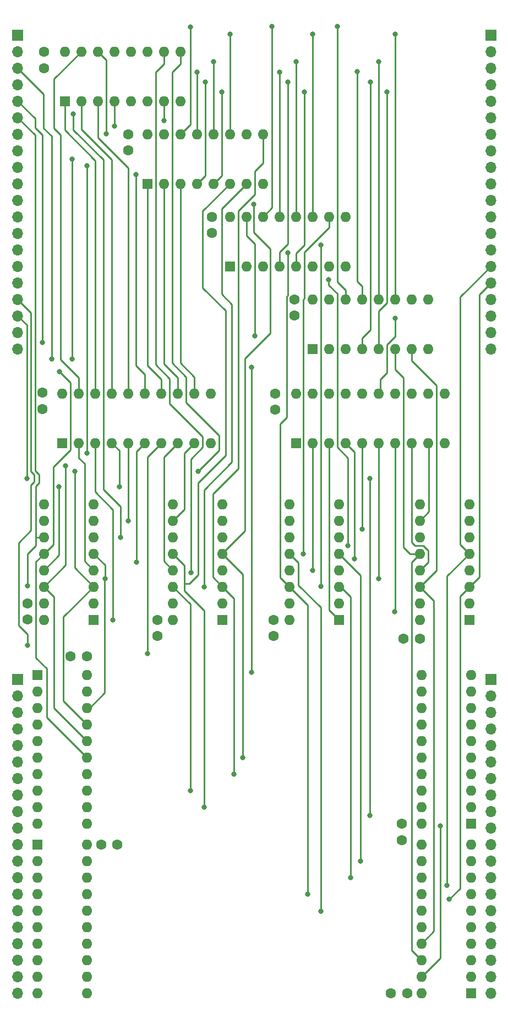
<source format=gbr>
%TF.GenerationSoftware,KiCad,Pcbnew,7.0.6-0*%
%TF.CreationDate,2023-08-04T10:28:54-07:00*%
%TF.ProjectId,V503,56353033-2e6b-4696-9361-645f70636258,rev?*%
%TF.SameCoordinates,Original*%
%TF.FileFunction,Copper,L4,Bot*%
%TF.FilePolarity,Positive*%
%FSLAX46Y46*%
G04 Gerber Fmt 4.6, Leading zero omitted, Abs format (unit mm)*
G04 Created by KiCad (PCBNEW 7.0.6-0) date 2023-08-04 10:28:54*
%MOMM*%
%LPD*%
G01*
G04 APERTURE LIST*
%TA.AperFunction,ComponentPad*%
%ADD10R,1.600000X1.600000*%
%TD*%
%TA.AperFunction,ComponentPad*%
%ADD11O,1.600000X1.600000*%
%TD*%
%TA.AperFunction,ComponentPad*%
%ADD12C,1.600000*%
%TD*%
%TA.AperFunction,ComponentPad*%
%ADD13R,1.700000X1.700000*%
%TD*%
%TA.AperFunction,ComponentPad*%
%ADD14O,1.700000X1.700000*%
%TD*%
%TA.AperFunction,ViaPad*%
%ADD15C,0.800000*%
%TD*%
%TA.AperFunction,Conductor*%
%ADD16C,0.250000*%
%TD*%
G04 APERTURE END LIST*
D10*
%TO.P,U4,1,D2*%
%TO.N,HLD5*%
X56388000Y-53975000D03*
D11*
%TO.P,U4,2,D3*%
%TO.N,HLD6*%
X58928000Y-53975000D03*
%TO.P,U4,3,D4*%
%TO.N,HLD7*%
X61468000Y-53975000D03*
%TO.P,U4,4,Rb*%
%TO.N,Rb*%
X64008000Y-53975000D03*
%TO.P,U4,5,Ra*%
%TO.N,Ra*%
X66548000Y-53975000D03*
%TO.P,U4,6,Q4*%
%TO.N,SYSADDR7*%
X69088000Y-53975000D03*
%TO.P,U4,7,Q3*%
%TO.N,SYSADDR6*%
X71628000Y-53975000D03*
%TO.P,U4,8,GND*%
%TO.N,GND*%
X74168000Y-53975000D03*
%TO.P,U4,9,Q2*%
%TO.N,SYSADDR5*%
X74168000Y-46355000D03*
%TO.P,U4,10,Q1*%
%TO.N,SYSADDR4*%
X71628000Y-46355000D03*
%TO.P,U4,11,~{Er}*%
%TO.N,~{Er}*%
X69088000Y-46355000D03*
%TO.P,U4,12,~{Ew}*%
%TO.N,~{Ew}*%
X66548000Y-46355000D03*
%TO.P,U4,13,Wb*%
%TO.N,Wb*%
X64008000Y-46355000D03*
%TO.P,U4,14,Wa*%
%TO.N,Wa*%
X61468000Y-46355000D03*
%TO.P,U4,15,D1*%
%TO.N,HLD4*%
X58928000Y-46355000D03*
%TO.P,U4,16,VCC*%
%TO.N,VCC*%
X56388000Y-46355000D03*
%TD*%
D10*
%TO.P,U3,1,OE*%
%TO.N,GND*%
X43307000Y-93853000D03*
D11*
%TO.P,U3,2,D0*%
%TO.N,SUM0*%
X45847000Y-93853000D03*
%TO.P,U3,3,D1*%
%TO.N,SUM1*%
X48387000Y-93853000D03*
%TO.P,U3,4,D2*%
%TO.N,SUM2*%
X50927000Y-93853000D03*
%TO.P,U3,5,D3*%
%TO.N,SUM3*%
X53467000Y-93853000D03*
%TO.P,U3,6,D4*%
%TO.N,SUM4*%
X56007000Y-93853000D03*
%TO.P,U3,7,D5*%
%TO.N,SUM5*%
X58547000Y-93853000D03*
%TO.P,U3,8,D6*%
%TO.N,SUM6*%
X61087000Y-93853000D03*
%TO.P,U3,9,D7*%
%TO.N,SUM7*%
X63627000Y-93853000D03*
%TO.P,U3,10,GND*%
%TO.N,GND*%
X66167000Y-93853000D03*
%TO.P,U3,11,Cp*%
%TO.N,SYSCLK*%
X66167000Y-86233000D03*
%TO.P,U3,12,Q7*%
%TO.N,HLD7*%
X63627000Y-86233000D03*
%TO.P,U3,13,Q6*%
%TO.N,HLD6*%
X61087000Y-86233000D03*
%TO.P,U3,14,Q5*%
%TO.N,HLD5*%
X58547000Y-86233000D03*
%TO.P,U3,15,Q4*%
%TO.N,HLD4*%
X56007000Y-86233000D03*
%TO.P,U3,16,Q3*%
%TO.N,HLD3*%
X53467000Y-86233000D03*
%TO.P,U3,17,Q2*%
%TO.N,HLD2*%
X50927000Y-86233000D03*
%TO.P,U3,18,Q1*%
%TO.N,HLD1*%
X48387000Y-86233000D03*
%TO.P,U3,19,Q0*%
%TO.N,HLD0*%
X45847000Y-86233000D03*
%TO.P,U3,20,VCC*%
%TO.N,VCC*%
X43307000Y-86233000D03*
%TD*%
D12*
%TO.P,C9,1*%
%TO.N,VCC*%
X78994000Y-71775000D03*
%TO.P,C9,2*%
%TO.N,GND*%
X78994000Y-74275000D03*
%TD*%
%TO.P,C5,1*%
%TO.N,VCC*%
X57912000Y-121031000D03*
%TO.P,C5,2*%
%TO.N,GND*%
X57912000Y-123531000D03*
%TD*%
D10*
%TO.P,U12,1,A->B*%
%TO.N,VCC*%
X39497000Y-155575000D03*
D11*
%TO.P,U12,2,A0*%
%TO.N,ALU8*%
X39497000Y-158115000D03*
%TO.P,U12,3,A1*%
%TO.N,ALU9*%
X39497000Y-160655000D03*
%TO.P,U12,4,A2*%
%TO.N,ALU10*%
X39497000Y-163195000D03*
%TO.P,U12,5,A3*%
%TO.N,ALU11*%
X39497000Y-165735000D03*
%TO.P,U12,6,A4*%
%TO.N,ALU12*%
X39497000Y-168275000D03*
%TO.P,U12,7,A5*%
%TO.N,ALU13*%
X39497000Y-170815000D03*
%TO.P,U12,8,A6*%
%TO.N,ALU14*%
X39497000Y-173355000D03*
%TO.P,U12,9,A7*%
%TO.N,ALU15*%
X39497000Y-175895000D03*
%TO.P,U12,10,GND*%
%TO.N,GND*%
X39497000Y-178435000D03*
%TO.P,U12,11,B7*%
%TO.N,SYSADDR15*%
X47117000Y-178435000D03*
%TO.P,U12,12,B6*%
%TO.N,SYSADDR14*%
X47117000Y-175895000D03*
%TO.P,U12,13,B5*%
%TO.N,SYSADDR13*%
X47117000Y-173355000D03*
%TO.P,U12,14,B4*%
%TO.N,SYSADDR12*%
X47117000Y-170815000D03*
%TO.P,U12,15,B3*%
%TO.N,SYSADDR11*%
X47117000Y-168275000D03*
%TO.P,U12,16,B2*%
%TO.N,SYSADDR10*%
X47117000Y-165735000D03*
%TO.P,U12,17,B1*%
%TO.N,SYSADDR9*%
X47117000Y-163195000D03*
%TO.P,U12,18,B0*%
%TO.N,SYSADDR8*%
X47117000Y-160655000D03*
%TO.P,U12,19,CE*%
%TO.N,~{ALUtoA}*%
X47117000Y-158115000D03*
%TO.P,U12,20,VCC*%
%TO.N,VCC*%
X47117000Y-155575000D03*
%TD*%
D12*
%TO.P,C7,1*%
%TO.N,VCC*%
X66294000Y-59075000D03*
%TO.P,C7,2*%
%TO.N,GND*%
X66294000Y-61575000D03*
%TD*%
D10*
%TO.P,U9,1,D2*%
%TO.N,HLD13*%
X81803000Y-79365000D03*
D11*
%TO.P,U9,2,D3*%
%TO.N,HLD14*%
X84343000Y-79365000D03*
%TO.P,U9,3,D4*%
%TO.N,HLD15*%
X86883000Y-79365000D03*
%TO.P,U9,4,Rb*%
%TO.N,Rb*%
X89423000Y-79365000D03*
%TO.P,U9,5,Ra*%
%TO.N,Ra*%
X91963000Y-79365000D03*
%TO.P,U9,6,Q4*%
%TO.N,SYSADDR15*%
X94503000Y-79365000D03*
%TO.P,U9,7,Q3*%
%TO.N,SYSADDR14*%
X97043000Y-79365000D03*
%TO.P,U9,8,GND*%
%TO.N,GND*%
X99583000Y-79365000D03*
%TO.P,U9,9,Q2*%
%TO.N,SYSADDR13*%
X99583000Y-71745000D03*
%TO.P,U9,10,Q1*%
%TO.N,SYSADDR12*%
X97043000Y-71745000D03*
%TO.P,U9,11,~{Er}*%
%TO.N,~{Er}*%
X94503000Y-71745000D03*
%TO.P,U9,12,~{Ew}*%
%TO.N,~{Ew}*%
X91963000Y-71745000D03*
%TO.P,U9,13,Wb*%
%TO.N,Wb*%
X89423000Y-71745000D03*
%TO.P,U9,14,Wa*%
%TO.N,Wa*%
X86883000Y-71745000D03*
%TO.P,U9,15,D1*%
%TO.N,HLD12*%
X84343000Y-71745000D03*
%TO.P,U9,16,VCC*%
%TO.N,VCC*%
X81803000Y-71745000D03*
%TD*%
D10*
%TO.P,U6,1,OE*%
%TO.N,GND*%
X79248000Y-93853000D03*
D11*
%TO.P,U6,2,D0*%
%TO.N,SUM8*%
X81788000Y-93853000D03*
%TO.P,U6,3,D1*%
%TO.N,SUM9*%
X84328000Y-93853000D03*
%TO.P,U6,4,D2*%
%TO.N,SUM10*%
X86868000Y-93853000D03*
%TO.P,U6,5,D3*%
%TO.N,SUM11*%
X89408000Y-93853000D03*
%TO.P,U6,6,D4*%
%TO.N,SUM12*%
X91948000Y-93853000D03*
%TO.P,U6,7,D5*%
%TO.N,SUM13*%
X94488000Y-93853000D03*
%TO.P,U6,8,D6*%
%TO.N,SUM14*%
X97028000Y-93853000D03*
%TO.P,U6,9,D7*%
%TO.N,SUM15*%
X99568000Y-93853000D03*
%TO.P,U6,10,GND*%
%TO.N,GND*%
X102108000Y-93853000D03*
%TO.P,U6,11,Cp*%
%TO.N,SYSCLK*%
X102108000Y-86233000D03*
%TO.P,U6,12,Q7*%
%TO.N,HLD15*%
X99568000Y-86233000D03*
%TO.P,U6,13,Q6*%
%TO.N,HLD14*%
X97028000Y-86233000D03*
%TO.P,U6,14,Q5*%
%TO.N,HLD13*%
X94488000Y-86233000D03*
%TO.P,U6,15,Q4*%
%TO.N,HLD12*%
X91948000Y-86233000D03*
%TO.P,U6,16,Q3*%
%TO.N,HLD11*%
X89408000Y-86233000D03*
%TO.P,U6,17,Q2*%
%TO.N,HLD10*%
X86868000Y-86233000D03*
%TO.P,U6,18,Q1*%
%TO.N,HLD9*%
X84328000Y-86233000D03*
%TO.P,U6,19,Q0*%
%TO.N,HLD8*%
X81788000Y-86233000D03*
%TO.P,U6,20,VCC*%
%TO.N,VCC*%
X79248000Y-86233000D03*
%TD*%
D10*
%TO.P,U2,1,S2*%
%TO.N,SUM1*%
X48123000Y-121016000D03*
D11*
%TO.P,U2,2,B2*%
%TO.N,SRC2:1*%
X48123000Y-118476000D03*
%TO.P,U2,3,A2*%
%TO.N,SYSADDR1*%
X48123000Y-115936000D03*
%TO.P,U2,4,S1*%
%TO.N,SUM0*%
X48123000Y-113396000D03*
%TO.P,U2,5,A1*%
%TO.N,SYSADDR0*%
X48123000Y-110856000D03*
%TO.P,U2,6,B1*%
%TO.N,SRC2:0*%
X48123000Y-108316000D03*
%TO.P,U2,7,C0*%
%TO.N,GND*%
X48123000Y-105776000D03*
%TO.P,U2,8,GND*%
X48123000Y-103236000D03*
%TO.P,U2,9,C4*%
%TO.N,CO4*%
X40503000Y-103236000D03*
%TO.P,U2,10,S4*%
%TO.N,SUM3*%
X40503000Y-105776000D03*
%TO.P,U2,11,B4*%
%TO.N,SRC2:2*%
X40503000Y-108316000D03*
%TO.P,U2,12,A4*%
%TO.N,SYSADDR3*%
X40503000Y-110856000D03*
%TO.P,U2,13,S3*%
%TO.N,SUM2*%
X40503000Y-113396000D03*
%TO.P,U2,14,A3*%
%TO.N,SYSADDR2*%
X40503000Y-115936000D03*
%TO.P,U2,15,B3*%
%TO.N,SRC2:2*%
X40503000Y-118476000D03*
%TO.P,U2,16,VCC*%
%TO.N,VCC*%
X40503000Y-121016000D03*
%TD*%
D10*
%TO.P,U1,1,D2*%
%TO.N,HLD1*%
X43688000Y-41275000D03*
D11*
%TO.P,U1,2,D3*%
%TO.N,HLD2*%
X46228000Y-41275000D03*
%TO.P,U1,3,D4*%
%TO.N,HLD3*%
X48768000Y-41275000D03*
%TO.P,U1,4,Rb*%
%TO.N,Rb*%
X51308000Y-41275000D03*
%TO.P,U1,5,Ra*%
%TO.N,Ra*%
X53848000Y-41275000D03*
%TO.P,U1,6,Q4*%
%TO.N,SYSADDR3*%
X56388000Y-41275000D03*
%TO.P,U1,7,Q3*%
%TO.N,SYSADDR2*%
X58928000Y-41275000D03*
%TO.P,U1,8,GND*%
%TO.N,GND*%
X61468000Y-41275000D03*
%TO.P,U1,9,Q2*%
%TO.N,SYSADDR1*%
X61468000Y-33655000D03*
%TO.P,U1,10,Q1*%
%TO.N,SYSADDR0*%
X58928000Y-33655000D03*
%TO.P,U1,11,~{Er}*%
%TO.N,~{Er}*%
X56388000Y-33655000D03*
%TO.P,U1,12,~{Ew}*%
%TO.N,~{Ew}*%
X53848000Y-33655000D03*
%TO.P,U1,13,Wb*%
%TO.N,Wb*%
X51308000Y-33655000D03*
%TO.P,U1,14,Wa*%
%TO.N,Wa*%
X48768000Y-33655000D03*
%TO.P,U1,15,D1*%
%TO.N,HLD0*%
X46228000Y-33655000D03*
%TO.P,U1,16,VCC*%
%TO.N,VCC*%
X43688000Y-33655000D03*
%TD*%
D12*
%TO.P,C13,1*%
%TO.N,VCC*%
X95504000Y-152400000D03*
%TO.P,C13,2*%
%TO.N,GND*%
X95504000Y-154900000D03*
%TD*%
D10*
%TO.P,U7,1,D2*%
%TO.N,HLD9*%
X69103000Y-66665000D03*
D11*
%TO.P,U7,2,D3*%
%TO.N,HLD10*%
X71643000Y-66665000D03*
%TO.P,U7,3,D4*%
%TO.N,HLD11*%
X74183000Y-66665000D03*
%TO.P,U7,4,Rb*%
%TO.N,Rb*%
X76723000Y-66665000D03*
%TO.P,U7,5,Ra*%
%TO.N,Ra*%
X79263000Y-66665000D03*
%TO.P,U7,6,Q4*%
%TO.N,SYSADDR11*%
X81803000Y-66665000D03*
%TO.P,U7,7,Q3*%
%TO.N,SYSADDR10*%
X84343000Y-66665000D03*
%TO.P,U7,8,GND*%
%TO.N,GND*%
X86883000Y-66665000D03*
%TO.P,U7,9,Q2*%
%TO.N,SYSADDR9*%
X86883000Y-59045000D03*
%TO.P,U7,10,Q1*%
%TO.N,SYSADDR8*%
X84343000Y-59045000D03*
%TO.P,U7,11,~{Er}*%
%TO.N,~{Er}*%
X81803000Y-59045000D03*
%TO.P,U7,12,~{Ew}*%
%TO.N,~{Ew}*%
X79263000Y-59045000D03*
%TO.P,U7,13,Wb*%
%TO.N,Wb*%
X76723000Y-59045000D03*
%TO.P,U7,14,Wa*%
%TO.N,Wa*%
X74183000Y-59045000D03*
%TO.P,U7,15,D1*%
%TO.N,HLD8*%
X71643000Y-59045000D03*
%TO.P,U7,16,VCC*%
%TO.N,VCC*%
X69103000Y-59045000D03*
%TD*%
D10*
%TO.P,U5,1,S2*%
%TO.N,SUM5*%
X67945000Y-121031000D03*
D11*
%TO.P,U5,2,B2*%
%TO.N,SRC2:2*%
X67945000Y-118491000D03*
%TO.P,U5,3,A2*%
%TO.N,SYSADDR5*%
X67945000Y-115951000D03*
%TO.P,U5,4,S1*%
%TO.N,SUM4*%
X67945000Y-113411000D03*
%TO.P,U5,5,A1*%
%TO.N,SYSADDR4*%
X67945000Y-110871000D03*
%TO.P,U5,6,B1*%
%TO.N,SRC2:2*%
X67945000Y-108331000D03*
%TO.P,U5,7,C0*%
%TO.N,CO4*%
X67945000Y-105791000D03*
%TO.P,U5,8,GND*%
%TO.N,GND*%
X67945000Y-103251000D03*
%TO.P,U5,9,C4*%
%TO.N,CO8*%
X60325000Y-103251000D03*
%TO.P,U5,10,S4*%
%TO.N,SUM7*%
X60325000Y-105791000D03*
%TO.P,U5,11,B4*%
%TO.N,SRC2:2*%
X60325000Y-108331000D03*
%TO.P,U5,12,A4*%
%TO.N,SYSADDR7*%
X60325000Y-110871000D03*
%TO.P,U5,13,S3*%
%TO.N,SUM6*%
X60325000Y-113411000D03*
%TO.P,U5,14,A3*%
%TO.N,SYSADDR6*%
X60325000Y-115951000D03*
%TO.P,U5,15,B3*%
%TO.N,SRC2:2*%
X60325000Y-118491000D03*
%TO.P,U5,16,VCC*%
%TO.N,VCC*%
X60325000Y-121031000D03*
%TD*%
D12*
%TO.P,C14,1*%
%TO.N,VCC*%
X96373000Y-178435000D03*
%TO.P,C14,2*%
%TO.N,GND*%
X93873000Y-178435000D03*
%TD*%
D10*
%TO.P,U10,1,S2*%
%TO.N,SUM13*%
X105918000Y-121031000D03*
D11*
%TO.P,U10,2,B2*%
%TO.N,SRC2:2*%
X105918000Y-118491000D03*
%TO.P,U10,3,A2*%
%TO.N,SYSADDR13*%
X105918000Y-115951000D03*
%TO.P,U10,4,S1*%
%TO.N,SUM12*%
X105918000Y-113411000D03*
%TO.P,U10,5,A1*%
%TO.N,SYSADDR12*%
X105918000Y-110871000D03*
%TO.P,U10,6,B1*%
%TO.N,SRC2:2*%
X105918000Y-108331000D03*
%TO.P,U10,7,C0*%
%TO.N,CO12*%
X105918000Y-105791000D03*
%TO.P,U10,8,GND*%
%TO.N,GND*%
X105918000Y-103251000D03*
%TO.P,U10,9,C4*%
%TO.N,unconnected-(U10-C4-Pad9)*%
X98298000Y-103251000D03*
%TO.P,U10,10,S4*%
%TO.N,SUM15*%
X98298000Y-105791000D03*
%TO.P,U10,11,B4*%
%TO.N,SRC2:2*%
X98298000Y-108331000D03*
%TO.P,U10,12,A4*%
%TO.N,SYSADDR15*%
X98298000Y-110871000D03*
%TO.P,U10,13,S3*%
%TO.N,SUM14*%
X98298000Y-113411000D03*
%TO.P,U10,14,A3*%
%TO.N,SYSADDR14*%
X98298000Y-115951000D03*
%TO.P,U10,15,B3*%
%TO.N,SRC2:2*%
X98298000Y-118491000D03*
%TO.P,U10,16,VCC*%
%TO.N,VCC*%
X98298000Y-121031000D03*
%TD*%
D12*
%TO.P,C3,1*%
%TO.N,VCC*%
X40259000Y-86126000D03*
%TO.P,C3,2*%
%TO.N,GND*%
X40259000Y-88626000D03*
%TD*%
%TO.P,C11,1*%
%TO.N,VCC*%
X47097000Y-126619000D03*
%TO.P,C11,2*%
%TO.N,GND*%
X44597000Y-126619000D03*
%TD*%
%TO.P,C8,1*%
%TO.N,VCC*%
X75819000Y-121051000D03*
%TO.P,C8,2*%
%TO.N,GND*%
X75819000Y-123551000D03*
%TD*%
D13*
%TO.P,J1,1,Pin_1*%
%TO.N,VCC*%
X36449000Y-31115000D03*
D14*
%TO.P,J1,2,Pin_2*%
X36449000Y-33655000D03*
%TO.P,J1,3,Pin_3*%
%TO.N,SYSCLK*%
X36449000Y-36195000D03*
%TO.P,J1,4,Pin_4*%
%TO.N,SRC2:0*%
X36449000Y-38735000D03*
%TO.P,J1,5,Pin_5*%
%TO.N,SRC2:1*%
X36449000Y-41275000D03*
%TO.P,J1,6,Pin_6*%
%TO.N,SRC2:2*%
X36449000Y-43815000D03*
%TO.P,J1,7,Pin_7*%
%TO.N,VCC*%
X36449000Y-46355000D03*
%TO.P,J1,8,Pin_8*%
X36449000Y-48895000D03*
%TO.P,J1,9,Pin_9*%
%TO.N,Ra*%
X36449000Y-51435000D03*
%TO.P,J1,10,Pin_10*%
%TO.N,Rb*%
X36449000Y-53975000D03*
%TO.P,J1,11,Pin_11*%
%TO.N,Wa*%
X36449000Y-56515000D03*
%TO.P,J1,12,Pin_12*%
%TO.N,Wb*%
X36449000Y-59055000D03*
%TO.P,J1,13,Pin_13*%
%TO.N,~{Ew}*%
X36449000Y-61595000D03*
%TO.P,J1,14,Pin_14*%
%TO.N,~{Er}*%
X36449000Y-64135000D03*
%TO.P,J1,15,Pin_15*%
%TO.N,VCC*%
X36449000Y-66675000D03*
%TO.P,J1,16,Pin_16*%
X36449000Y-69215000D03*
%TO.P,J1,17,Pin_17*%
%TO.N,~{ALUtoA}*%
X36449000Y-71755000D03*
%TO.P,J1,18,Pin_18*%
%TO.N,~{AtoD}*%
X36449000Y-74295000D03*
%TO.P,J1,19,Pin_19*%
%TO.N,VCC*%
X36449000Y-76835000D03*
%TO.P,J1,20,Pin_20*%
X36449000Y-79375000D03*
%TD*%
D12*
%TO.P,C6,1*%
%TO.N,VCC*%
X76073000Y-86233000D03*
%TO.P,C6,2*%
%TO.N,GND*%
X76073000Y-88733000D03*
%TD*%
D13*
%TO.P,J2,1,Pin_1*%
%TO.N,GND*%
X109220000Y-31115000D03*
D14*
%TO.P,J2,2,Pin_2*%
X109220000Y-33655000D03*
%TO.P,J2,3,Pin_3*%
%TO.N,SYSADDR0*%
X109220000Y-36195000D03*
%TO.P,J2,4,Pin_4*%
%TO.N,SYSADDR1*%
X109220000Y-38735000D03*
%TO.P,J2,5,Pin_5*%
%TO.N,SYSADDR2*%
X109220000Y-41275000D03*
%TO.P,J2,6,Pin_6*%
%TO.N,SYSADDR3*%
X109220000Y-43815000D03*
%TO.P,J2,7,Pin_7*%
%TO.N,SYSADDR4*%
X109220000Y-46355000D03*
%TO.P,J2,8,Pin_8*%
%TO.N,SYSADDR5*%
X109220000Y-48895000D03*
%TO.P,J2,9,Pin_9*%
%TO.N,SYSADDR6*%
X109220000Y-51435000D03*
%TO.P,J2,10,Pin_10*%
%TO.N,SYSADDR7*%
X109220000Y-53975000D03*
%TO.P,J2,11,Pin_11*%
%TO.N,SYSADDR8*%
X109220000Y-56515000D03*
%TO.P,J2,12,Pin_12*%
%TO.N,SYSADDR9*%
X109220000Y-59055000D03*
%TO.P,J2,13,Pin_13*%
%TO.N,SYSADDR10*%
X109220000Y-61595000D03*
%TO.P,J2,14,Pin_14*%
%TO.N,SYSADDR11*%
X109220000Y-64135000D03*
%TO.P,J2,15,Pin_15*%
%TO.N,SYSADDR12*%
X109220000Y-66675000D03*
%TO.P,J2,16,Pin_16*%
%TO.N,SYSADDR13*%
X109220000Y-69215000D03*
%TO.P,J2,17,Pin_17*%
%TO.N,SYSADDR14*%
X109220000Y-71755000D03*
%TO.P,J2,18,Pin_18*%
%TO.N,SYSADDR15*%
X109220000Y-74295000D03*
%TO.P,J2,19,Pin_19*%
%TO.N,GND*%
X109220000Y-76835000D03*
%TO.P,J2,20,Pin_20*%
X109220000Y-79375000D03*
%TD*%
D10*
%TO.P,U11,1,A->B*%
%TO.N,VCC*%
X39497000Y-129540000D03*
D11*
%TO.P,U11,2,A0*%
%TO.N,ALU0*%
X39497000Y-132080000D03*
%TO.P,U11,3,A1*%
%TO.N,ALU1*%
X39497000Y-134620000D03*
%TO.P,U11,4,A2*%
%TO.N,ALU2*%
X39497000Y-137160000D03*
%TO.P,U11,5,A3*%
%TO.N,ALU3*%
X39497000Y-139700000D03*
%TO.P,U11,6,A4*%
%TO.N,ALU4*%
X39497000Y-142240000D03*
%TO.P,U11,7,A5*%
%TO.N,ALU5*%
X39497000Y-144780000D03*
%TO.P,U11,8,A6*%
%TO.N,ALU6*%
X39497000Y-147320000D03*
%TO.P,U11,9,A7*%
%TO.N,ALU7*%
X39497000Y-149860000D03*
%TO.P,U11,10,GND*%
%TO.N,GND*%
X39497000Y-152400000D03*
%TO.P,U11,11,B7*%
%TO.N,SYSADDR7*%
X47117000Y-152400000D03*
%TO.P,U11,12,B6*%
%TO.N,SYSADDR6*%
X47117000Y-149860000D03*
%TO.P,U11,13,B5*%
%TO.N,SYSADDR5*%
X47117000Y-147320000D03*
%TO.P,U11,14,B4*%
%TO.N,SYSADDR4*%
X47117000Y-144780000D03*
%TO.P,U11,15,B3*%
%TO.N,SYSADDR3*%
X47117000Y-142240000D03*
%TO.P,U11,16,B2*%
%TO.N,SYSADDR2*%
X47117000Y-139700000D03*
%TO.P,U11,17,B1*%
%TO.N,SYSADDR1*%
X47117000Y-137160000D03*
%TO.P,U11,18,B0*%
%TO.N,SYSADDR0*%
X47117000Y-134620000D03*
%TO.P,U11,19,CE*%
%TO.N,~{ALUtoA}*%
X47117000Y-132080000D03*
%TO.P,U11,20,VCC*%
%TO.N,VCC*%
X47117000Y-129540000D03*
%TD*%
D13*
%TO.P,J4,1,Pin_1*%
%TO.N,GND*%
X109220000Y-130175000D03*
D14*
%TO.P,J4,2,Pin_2*%
X109220000Y-132715000D03*
%TO.P,J4,3,Pin_3*%
%TO.N,SYSDATA0*%
X109220000Y-135255000D03*
%TO.P,J4,4,Pin_4*%
%TO.N,SYSDATA1*%
X109220000Y-137795000D03*
%TO.P,J4,5,Pin_5*%
%TO.N,SYSDATA2*%
X109220000Y-140335000D03*
%TO.P,J4,6,Pin_6*%
%TO.N,SYSDATA3*%
X109220000Y-142875000D03*
%TO.P,J4,7,Pin_7*%
%TO.N,SYSDATA4*%
X109220000Y-145415000D03*
%TO.P,J4,8,Pin_8*%
%TO.N,SYSDATA5*%
X109220000Y-147955000D03*
%TO.P,J4,9,Pin_9*%
%TO.N,SYSDATA6*%
X109220000Y-150495000D03*
%TO.P,J4,10,Pin_10*%
%TO.N,SYSDATA7*%
X109220000Y-153035000D03*
%TO.P,J4,11,Pin_11*%
%TO.N,SYSDATA8*%
X109220000Y-155575000D03*
%TO.P,J4,12,Pin_12*%
%TO.N,SYSDATA9*%
X109220000Y-158115000D03*
%TO.P,J4,13,Pin_13*%
%TO.N,SYSDATA10*%
X109220000Y-160655000D03*
%TO.P,J4,14,Pin_14*%
%TO.N,SYSDATA11*%
X109220000Y-163195000D03*
%TO.P,J4,15,Pin_15*%
%TO.N,SYSDATA12*%
X109220000Y-165735000D03*
%TO.P,J4,16,Pin_16*%
%TO.N,SYSDATA13*%
X109220000Y-168275000D03*
%TO.P,J4,17,Pin_17*%
%TO.N,SYSDATA14*%
X109220000Y-170815000D03*
%TO.P,J4,18,Pin_18*%
%TO.N,SYSDATA15*%
X109220000Y-173355000D03*
%TO.P,J4,19,Pin_19*%
%TO.N,GND*%
X109220000Y-175895000D03*
%TO.P,J4,20,Pin_20*%
X109220000Y-178435000D03*
%TD*%
D12*
%TO.P,C1,1*%
%TO.N,VCC*%
X40513000Y-33695000D03*
%TO.P,C1,2*%
%TO.N,GND*%
X40513000Y-36195000D03*
%TD*%
%TO.P,C12,1*%
%TO.N,VCC*%
X49276000Y-155575000D03*
%TO.P,C12,2*%
%TO.N,GND*%
X51776000Y-155575000D03*
%TD*%
D10*
%TO.P,U8,1,S2*%
%TO.N,SUM9*%
X85852000Y-121031000D03*
D11*
%TO.P,U8,2,B2*%
%TO.N,SRC2:2*%
X85852000Y-118491000D03*
%TO.P,U8,3,A2*%
%TO.N,SYSADDR9*%
X85852000Y-115951000D03*
%TO.P,U8,4,S1*%
%TO.N,SUM8*%
X85852000Y-113411000D03*
%TO.P,U8,5,A1*%
%TO.N,SYSADDR8*%
X85852000Y-110871000D03*
%TO.P,U8,6,B1*%
%TO.N,SRC2:2*%
X85852000Y-108331000D03*
%TO.P,U8,7,C0*%
%TO.N,CO8*%
X85852000Y-105791000D03*
%TO.P,U8,8,GND*%
%TO.N,GND*%
X85852000Y-103251000D03*
%TO.P,U8,9,C4*%
%TO.N,CO12*%
X78232000Y-103251000D03*
%TO.P,U8,10,S4*%
%TO.N,SUM11*%
X78232000Y-105791000D03*
%TO.P,U8,11,B4*%
%TO.N,SRC2:2*%
X78232000Y-108331000D03*
%TO.P,U8,12,A4*%
%TO.N,SYSADDR11*%
X78232000Y-110871000D03*
%TO.P,U8,13,S3*%
%TO.N,SUM10*%
X78232000Y-113411000D03*
%TO.P,U8,14,A3*%
%TO.N,SYSADDR10*%
X78232000Y-115951000D03*
%TO.P,U8,15,B3*%
%TO.N,SRC2:2*%
X78232000Y-118491000D03*
%TO.P,U8,16,VCC*%
%TO.N,VCC*%
X78232000Y-121031000D03*
%TD*%
D12*
%TO.P,C4,1*%
%TO.N,VCC*%
X53467000Y-46375000D03*
%TO.P,C4,2*%
%TO.N,GND*%
X53467000Y-48875000D03*
%TD*%
D10*
%TO.P,U13,1,A->B*%
%TO.N,GND*%
X106172000Y-152400000D03*
D11*
%TO.P,U13,2,A0*%
%TO.N,SYSDATA7*%
X106172000Y-149860000D03*
%TO.P,U13,3,A1*%
%TO.N,SYSDATA6*%
X106172000Y-147320000D03*
%TO.P,U13,4,A2*%
%TO.N,SYSDATA5*%
X106172000Y-144780000D03*
%TO.P,U13,5,A3*%
%TO.N,SYSDATA4*%
X106172000Y-142240000D03*
%TO.P,U13,6,A4*%
%TO.N,SYSDATA3*%
X106172000Y-139700000D03*
%TO.P,U13,7,A5*%
%TO.N,SYSDATA2*%
X106172000Y-137160000D03*
%TO.P,U13,8,A6*%
%TO.N,SYSDATA1*%
X106172000Y-134620000D03*
%TO.P,U13,9,A7*%
%TO.N,SYSDATA0*%
X106172000Y-132080000D03*
%TO.P,U13,10,GND*%
%TO.N,GND*%
X106172000Y-129540000D03*
%TO.P,U13,11,B7*%
%TO.N,SYSADDR0*%
X98552000Y-129540000D03*
%TO.P,U13,12,B6*%
%TO.N,SYSADDR1*%
X98552000Y-132080000D03*
%TO.P,U13,13,B5*%
%TO.N,SYSADDR2*%
X98552000Y-134620000D03*
%TO.P,U13,14,B4*%
%TO.N,SYSADDR3*%
X98552000Y-137160000D03*
%TO.P,U13,15,B3*%
%TO.N,SYSADDR4*%
X98552000Y-139700000D03*
%TO.P,U13,16,B2*%
%TO.N,SYSADDR5*%
X98552000Y-142240000D03*
%TO.P,U13,17,B1*%
%TO.N,SYSADDR6*%
X98552000Y-144780000D03*
%TO.P,U13,18,B0*%
%TO.N,SYSADDR7*%
X98552000Y-147320000D03*
%TO.P,U13,19,CE*%
%TO.N,~{AtoD}*%
X98552000Y-149860000D03*
%TO.P,U13,20,VCC*%
%TO.N,VCC*%
X98552000Y-152400000D03*
%TD*%
D12*
%TO.P,C2,1*%
%TO.N,VCC*%
X37973000Y-121011000D03*
%TO.P,C2,2*%
%TO.N,GND*%
X37973000Y-118511000D03*
%TD*%
D13*
%TO.P,J3,1,Pin_1*%
%TO.N,VCC*%
X36449000Y-130175000D03*
D14*
%TO.P,J3,2,Pin_2*%
X36449000Y-132715000D03*
%TO.P,J3,3,Pin_3*%
%TO.N,ALU0*%
X36449000Y-135255000D03*
%TO.P,J3,4,Pin_4*%
%TO.N,ALU1*%
X36449000Y-137795000D03*
%TO.P,J3,5,Pin_5*%
%TO.N,ALU2*%
X36449000Y-140335000D03*
%TO.P,J3,6,Pin_6*%
%TO.N,ALU3*%
X36449000Y-142875000D03*
%TO.P,J3,7,Pin_7*%
%TO.N,ALU4*%
X36449000Y-145415000D03*
%TO.P,J3,8,Pin_8*%
%TO.N,ALU5*%
X36449000Y-147955000D03*
%TO.P,J3,9,Pin_9*%
%TO.N,ALU6*%
X36449000Y-150495000D03*
%TO.P,J3,10,Pin_10*%
%TO.N,ALU7*%
X36449000Y-153035000D03*
%TO.P,J3,11,Pin_11*%
%TO.N,ALU8*%
X36449000Y-155575000D03*
%TO.P,J3,12,Pin_12*%
%TO.N,ALU9*%
X36449000Y-158115000D03*
%TO.P,J3,13,Pin_13*%
%TO.N,ALU10*%
X36449000Y-160655000D03*
%TO.P,J3,14,Pin_14*%
%TO.N,ALU11*%
X36449000Y-163195000D03*
%TO.P,J3,15,Pin_15*%
%TO.N,ALU12*%
X36449000Y-165735000D03*
%TO.P,J3,16,Pin_16*%
%TO.N,ALU13*%
X36449000Y-168275000D03*
%TO.P,J3,17,Pin_17*%
%TO.N,ALU14*%
X36449000Y-170815000D03*
%TO.P,J3,18,Pin_18*%
%TO.N,ALU15*%
X36449000Y-173355000D03*
%TO.P,J3,19,Pin_19*%
%TO.N,VCC*%
X36449000Y-175895000D03*
%TO.P,J3,20,Pin_20*%
X36449000Y-178435000D03*
%TD*%
D10*
%TO.P,U14,1,A->B*%
%TO.N,GND*%
X106172000Y-178435000D03*
D11*
%TO.P,U14,2,A0*%
%TO.N,SYSDATA15*%
X106172000Y-175895000D03*
%TO.P,U14,3,A1*%
%TO.N,SYSDATA14*%
X106172000Y-173355000D03*
%TO.P,U14,4,A2*%
%TO.N,SYSDATA13*%
X106172000Y-170815000D03*
%TO.P,U14,5,A3*%
%TO.N,SYSDATA12*%
X106172000Y-168275000D03*
%TO.P,U14,6,A4*%
%TO.N,SYSDATA11*%
X106172000Y-165735000D03*
%TO.P,U14,7,A5*%
%TO.N,SYSDATA10*%
X106172000Y-163195000D03*
%TO.P,U14,8,A6*%
%TO.N,SYSDATA9*%
X106172000Y-160655000D03*
%TO.P,U14,9,A7*%
%TO.N,SYSDATA8*%
X106172000Y-158115000D03*
%TO.P,U14,10,GND*%
%TO.N,GND*%
X106172000Y-155575000D03*
%TO.P,U14,11,B7*%
%TO.N,SYSADDR8*%
X98552000Y-155575000D03*
%TO.P,U14,12,B6*%
%TO.N,SYSADDR9*%
X98552000Y-158115000D03*
%TO.P,U14,13,B5*%
%TO.N,SYSADDR10*%
X98552000Y-160655000D03*
%TO.P,U14,14,B4*%
%TO.N,SYSADDR11*%
X98552000Y-163195000D03*
%TO.P,U14,15,B3*%
%TO.N,SYSADDR12*%
X98552000Y-165735000D03*
%TO.P,U14,16,B2*%
%TO.N,SYSADDR13*%
X98552000Y-168275000D03*
%TO.P,U14,17,B1*%
%TO.N,SYSADDR14*%
X98552000Y-170815000D03*
%TO.P,U14,18,B0*%
%TO.N,SYSADDR15*%
X98552000Y-173355000D03*
%TO.P,U14,19,CE*%
%TO.N,~{AtoD}*%
X98552000Y-175895000D03*
%TO.P,U14,20,VCC*%
%TO.N,VCC*%
X98552000Y-178435000D03*
%TD*%
D12*
%TO.P,C10,1*%
%TO.N,VCC*%
X98308800Y-123926600D03*
%TO.P,C10,2*%
%TO.N,GND*%
X95808800Y-123926600D03*
%TD*%
D15*
%TO.N,SYSADDR12*%
X102489000Y-161848800D03*
%TO.N,SRC2:1*%
X72390000Y-129057400D03*
X40259000Y-78359000D03*
X72390000Y-82219800D03*
%TO.N,~{ALUtoA}*%
X37973000Y-124968000D03*
%TO.N,SRC2:0*%
X52298600Y-108331000D03*
X45034200Y-43205400D03*
%TO.N,SRC2:2*%
X37973000Y-115824000D03*
%TO.N,SYSADDR0*%
X63093600Y-113741200D03*
X49885600Y-114681000D03*
%TO.N,SYSADDR1*%
X45212000Y-98171000D03*
X64211200Y-98171000D03*
%TO.N,SYSADDR2*%
X47117000Y-51181000D03*
X43815000Y-97307400D03*
X58928000Y-44297600D03*
X47117000Y-95372701D03*
%TO.N,SYSADDR3*%
X44831000Y-50165000D03*
X42862500Y-82867500D03*
X44831000Y-80899000D03*
%TO.N,SUM1*%
X51104800Y-121031000D03*
%TO.N,SUM2*%
X52070000Y-100584000D03*
X42799000Y-100584000D03*
%TO.N,SUM3*%
X53467000Y-105791000D03*
%TO.N,Rb*%
X77978000Y-38354000D03*
X51308000Y-45110400D03*
X90678000Y-38354000D03*
X65278000Y-38354000D03*
%TO.N,Ra*%
X80518000Y-39878000D03*
X67818000Y-39878000D03*
X93218000Y-39878000D03*
%TO.N,~{Er}*%
X94503000Y-30988000D03*
X81803000Y-30988000D03*
X69088000Y-30988000D03*
%TO.N,~{Ew}*%
X92011500Y-35242500D03*
X66548000Y-35179000D03*
X79248000Y-35179000D03*
%TO.N,Wb*%
X64008000Y-36830000D03*
X76708000Y-36830000D03*
X88646000Y-36703000D03*
%TO.N,Wa*%
X75565000Y-29819600D03*
X85598000Y-29819600D03*
X62992000Y-29845000D03*
X50038000Y-46304200D03*
%TO.N,SUM5*%
X56388000Y-126238000D03*
%TO.N,SYSADDR7*%
X65151000Y-149860000D03*
%TO.N,SYSADDR6*%
X65151000Y-115951000D03*
X62992000Y-147320000D03*
%TO.N,SYSADDR5*%
X69723000Y-144780000D03*
%TO.N,SYSADDR4*%
X72771000Y-57150000D03*
X71069200Y-142240000D03*
%TO.N,SUM4*%
X54737000Y-112141000D03*
%TO.N,SUM10*%
X88290400Y-111633000D03*
%TO.N,SUM11*%
X89408000Y-107061000D03*
%TO.N,SYSADDR11*%
X84302600Y-68757800D03*
X87274400Y-109601000D03*
X83058000Y-165862000D03*
%TO.N,SYSADDR10*%
X77978000Y-64592200D03*
X81026000Y-163195000D03*
%TO.N,SYSADDR9*%
X83108800Y-63423800D03*
X87630000Y-160655000D03*
X83058000Y-115925600D03*
%TO.N,SYSADDR8*%
X89204800Y-158115000D03*
X80391000Y-110871000D03*
%TO.N,SUM8*%
X81788000Y-113411000D03*
%TO.N,SUM13*%
X94462600Y-119761000D03*
%TO.N,SYSADDR13*%
X102844600Y-163982400D03*
%TO.N,SUM12*%
X91948000Y-114681000D03*
%TO.N,SYSCLK*%
X41656000Y-80899000D03*
%TO.N,~{AtoD}*%
X90627200Y-151079200D03*
X90652600Y-99263200D03*
X37846000Y-99314000D03*
X101447600Y-152755600D03*
%TO.N,HLD4*%
X54610000Y-52578000D03*
%TO.N,HLD8*%
X72898000Y-77343000D03*
%TO.N,HLD12*%
X94488000Y-74625200D03*
%TD*%
D16*
%TO.N,SYSADDR10*%
X77978000Y-71200009D02*
X77869000Y-71309009D01*
X77869000Y-71309009D02*
X77869000Y-89898000D01*
X76835000Y-114554000D02*
X78232000Y-115951000D01*
X77978000Y-64592200D02*
X77978000Y-71200009D01*
X77869000Y-89898000D02*
X76835000Y-90932000D01*
X76835000Y-90932000D02*
X76835000Y-114554000D01*
%TO.N,SYSADDR11*%
X84302600Y-68757800D02*
X84302600Y-69545200D01*
X84302600Y-69545200D02*
X85598000Y-70840600D01*
X85598000Y-70840600D02*
X85598000Y-94488000D01*
X87274400Y-96164400D02*
X87274400Y-109601000D01*
X85598000Y-94488000D02*
X87274400Y-96164400D01*
%TO.N,HLD12*%
X94488000Y-77470000D02*
X93218000Y-78740000D01*
X94488000Y-74625200D02*
X94488000Y-77470000D01*
X93218000Y-83058000D02*
X92202000Y-84074000D01*
X93218000Y-78740000D02*
X93218000Y-83058000D01*
X92202000Y-85979000D02*
X91948000Y-86233000D01*
X92202000Y-84074000D02*
X92202000Y-85979000D01*
%TO.N,SYSADDR4*%
X67945000Y-110871000D02*
X67945000Y-110769400D01*
X71374000Y-80873600D02*
X75308000Y-76939600D01*
X67945000Y-110769400D02*
X71374000Y-107340400D01*
X71374000Y-107340400D02*
X71374000Y-80873600D01*
X72771000Y-61468000D02*
X72771000Y-57150000D01*
X75308000Y-76939600D02*
X75308000Y-64005000D01*
X75308000Y-64005000D02*
X72771000Y-61468000D01*
%TO.N,SUM10*%
X88290400Y-111633000D02*
X88265000Y-111607600D01*
X88265000Y-111607600D02*
X88265000Y-95250000D01*
X88265000Y-95250000D02*
X86868000Y-93853000D01*
%TO.N,~{AtoD}*%
X101447600Y-152755600D02*
X101447600Y-172999400D01*
X101447600Y-172999400D02*
X98552000Y-175895000D01*
%TO.N,SYSADDR13*%
X102844600Y-163982400D02*
X104495600Y-162331400D01*
X104495600Y-162331400D02*
X104495600Y-117373400D01*
X104495600Y-117373400D02*
X105918000Y-115951000D01*
%TO.N,SYSADDR12*%
X102489000Y-161848800D02*
X102489000Y-114300000D01*
X102489000Y-114300000D02*
X105918000Y-110871000D01*
%TO.N,~{ALUtoA}*%
X37973000Y-124968000D02*
X37973000Y-123266200D01*
X38481000Y-73787000D02*
X36449000Y-71755000D01*
X38481000Y-107289600D02*
X38481000Y-100330000D01*
X38989000Y-99822000D02*
X38989000Y-98679000D01*
X38989000Y-98679000D02*
X38481000Y-98171000D01*
X37973000Y-123266200D02*
X36601400Y-121894600D01*
X36601400Y-121894600D02*
X36601400Y-109169200D01*
X36601400Y-109169200D02*
X38481000Y-107289600D01*
X38481000Y-100330000D02*
X38989000Y-99822000D01*
X38481000Y-98171000D02*
X38481000Y-73787000D01*
%TO.N,SUM13*%
X94488000Y-119735600D02*
X94462600Y-119761000D01*
X94488000Y-93853000D02*
X94488000Y-119735600D01*
%TO.N,SYSADDR2*%
X43815000Y-97307400D02*
X43815000Y-112624000D01*
X43815000Y-112624000D02*
X40503000Y-115936000D01*
%TO.N,Wa*%
X86883000Y-70373000D02*
X86883000Y-71745000D01*
X85598000Y-29819600D02*
X85598000Y-69088000D01*
X85598000Y-69088000D02*
X86883000Y-70373000D01*
X75565000Y-57663000D02*
X74183000Y-59045000D01*
X75565000Y-29819600D02*
X75565000Y-57663000D01*
X62992000Y-44831000D02*
X61468000Y-46355000D01*
X62992000Y-29845000D02*
X62992000Y-44831000D01*
%TO.N,SYSADDR2*%
X58928000Y-44297600D02*
X58928000Y-41275000D01*
%TO.N,Wa*%
X50038000Y-46304200D02*
X50038000Y-34925000D01*
X50038000Y-34925000D02*
X48768000Y-33655000D01*
%TO.N,Rb*%
X51308000Y-45110400D02*
X51308000Y-41275000D01*
%TO.N,SRC2:0*%
X45034200Y-45669200D02*
X49657000Y-50292000D01*
X49657000Y-50292000D02*
X49657000Y-100965000D01*
X45034200Y-43205400D02*
X45034200Y-45669200D01*
X49657000Y-100965000D02*
X52298600Y-103606600D01*
X52298600Y-103606600D02*
X52298600Y-108331000D01*
%TO.N,SYSADDR2*%
X47117000Y-51181000D02*
X47117000Y-95372701D01*
%TO.N,SUM1*%
X51104800Y-121031000D02*
X51130200Y-121005600D01*
X51130200Y-121005600D02*
X51130200Y-104089200D01*
X51130200Y-104089200D02*
X48387000Y-101346000D01*
X48387000Y-101346000D02*
X48387000Y-93853000D01*
%TO.N,SYSADDR0*%
X49885600Y-114681000D02*
X49885600Y-112618600D01*
X49885600Y-112618600D02*
X48123000Y-110856000D01*
X49885600Y-114681000D02*
X49860200Y-114706400D01*
X49860200Y-114706400D02*
X49860200Y-132257800D01*
X49860200Y-132257800D02*
X47498000Y-134620000D01*
X47498000Y-134620000D02*
X47117000Y-134620000D01*
%TO.N,SYSADDR6*%
X65151000Y-115951000D02*
X65125600Y-115925600D01*
X67818000Y-70967600D02*
X67818000Y-57785000D01*
X65125600Y-115925600D02*
X65125600Y-101041200D01*
X69418200Y-96748600D02*
X69418200Y-72567800D01*
X65125600Y-101041200D02*
X69418200Y-96748600D01*
X69418200Y-72567800D02*
X67818000Y-70967600D01*
X67818000Y-57785000D02*
X71628000Y-53975000D01*
%TO.N,SYSADDR5*%
X74168000Y-46355000D02*
X74168000Y-50818000D01*
X72898000Y-55626000D02*
X70383400Y-58140600D01*
X74168000Y-50818000D02*
X72898000Y-52088000D01*
X72898000Y-52088000D02*
X72898000Y-55626000D01*
X70383400Y-58140600D02*
X70383400Y-97739200D01*
X70383400Y-97739200D02*
X66471800Y-101650800D01*
X66471800Y-101650800D02*
X66471800Y-114477800D01*
X66471800Y-114477800D02*
X67945000Y-115951000D01*
%TO.N,SYSADDR7*%
X62103000Y-115443000D02*
X62865000Y-115443000D01*
X68427600Y-95758000D02*
X68427600Y-73507600D01*
X62865000Y-115443000D02*
X64185800Y-114122200D01*
X64185800Y-114122200D02*
X64185800Y-99999800D01*
X64897000Y-69977000D02*
X64897000Y-58166000D01*
X64185800Y-99999800D02*
X68427600Y-95758000D01*
X68427600Y-73507600D02*
X64897000Y-69977000D01*
X64897000Y-58166000D02*
X69088000Y-53975000D01*
%TO.N,SYSADDR0*%
X63093600Y-113741200D02*
X63093600Y-96291400D01*
X64897000Y-94488000D02*
X64897000Y-92837000D01*
X57658000Y-81788000D02*
X57658000Y-36830000D01*
X59817000Y-83947000D02*
X57658000Y-81788000D01*
X58928000Y-35560000D02*
X58928000Y-33655000D01*
X63093600Y-96291400D02*
X64897000Y-94488000D01*
X64897000Y-92837000D02*
X59817000Y-87757000D01*
X59817000Y-87757000D02*
X59817000Y-83947000D01*
X57658000Y-36830000D02*
X58928000Y-35560000D01*
%TO.N,SUM7*%
X63627000Y-93853000D02*
X62103000Y-95377000D01*
X62103000Y-95377000D02*
X62103000Y-104013000D01*
X62103000Y-104013000D02*
X60325000Y-105791000D01*
%TO.N,SYSADDR1*%
X62357000Y-87630000D02*
X62357000Y-83693000D01*
X62357000Y-83693000D02*
X60198000Y-81534000D01*
X64211200Y-98171000D02*
X67437000Y-94945200D01*
X60198000Y-36830000D02*
X61468000Y-35560000D01*
X67437000Y-94945200D02*
X67437000Y-92710000D01*
X60198000Y-81534000D02*
X60198000Y-36830000D01*
X67437000Y-92710000D02*
X62357000Y-87630000D01*
X61468000Y-35560000D02*
X61468000Y-33655000D01*
%TO.N,SRC2:2*%
X37973000Y-115824000D02*
X37973000Y-110921800D01*
X37973000Y-110921800D02*
X39243000Y-109651800D01*
X39243000Y-109651800D02*
X39243000Y-108331000D01*
%TO.N,~{AtoD}*%
X90627200Y-151079200D02*
X90627200Y-99288600D01*
X90627200Y-99288600D02*
X90652600Y-99263200D01*
%TO.N,SYSADDR8*%
X89204800Y-114223800D02*
X85852000Y-110871000D01*
X89204800Y-158115000D02*
X89204800Y-114223800D01*
%TO.N,SRC2:1*%
X72390000Y-82219800D02*
X72390000Y-129057400D01*
%TO.N,SYSADDR5*%
X69723000Y-144780000D02*
X69723000Y-117729000D01*
X69723000Y-117729000D02*
X67945000Y-115951000D01*
%TO.N,SYSADDR4*%
X71069200Y-142240000D02*
X71069200Y-113995200D01*
X71069200Y-113995200D02*
X67945000Y-110871000D01*
%TO.N,SRC2:2*%
X39243000Y-108331000D02*
X39243000Y-100457000D01*
X40503000Y-108316000D02*
X39258000Y-108316000D01*
X39258000Y-108316000D02*
X39243000Y-108331000D01*
%TO.N,SYSADDR9*%
X83058000Y-115925600D02*
X83108800Y-115874800D01*
X83108800Y-115874800D02*
X83108800Y-63423800D01*
%TO.N,SYSADDR12*%
X105918000Y-110871000D02*
X104521000Y-109474000D01*
X104521000Y-109474000D02*
X104521000Y-71374000D01*
X104521000Y-71374000D02*
X109220000Y-66675000D01*
%TO.N,SRC2:1*%
X39116000Y-45339000D02*
X39116000Y-43942000D01*
X40259000Y-78359000D02*
X40259000Y-46482000D01*
X39116000Y-43942000D02*
X36449000Y-41275000D01*
X40259000Y-46482000D02*
X39116000Y-45339000D01*
%TO.N,SRC2:2*%
X39243000Y-100457000D02*
X39751000Y-99949000D01*
X39134000Y-46500000D02*
X36449000Y-43815000D01*
X39751000Y-98722498D02*
X39134000Y-98105498D01*
X39134000Y-98105498D02*
X39134000Y-46500000D01*
X39751000Y-99949000D02*
X39751000Y-98722498D01*
%TO.N,SYSADDR1*%
X45212000Y-113030000D02*
X48118000Y-115936000D01*
X48118000Y-115936000D02*
X48123000Y-115936000D01*
X48123000Y-115936000D02*
X43472000Y-120587000D01*
X43472000Y-120587000D02*
X43472000Y-133515000D01*
X45212000Y-98171000D02*
X45212000Y-113030000D01*
X43472000Y-133515000D02*
X47117000Y-137160000D01*
%TO.N,SYSADDR2*%
X40503000Y-115936000D02*
X42037000Y-117470000D01*
X42037000Y-134620000D02*
X47117000Y-139700000D01*
X42037000Y-117470000D02*
X42037000Y-134620000D01*
%TO.N,SYSADDR3*%
X41910000Y-109449000D02*
X40503000Y-110856000D01*
X44577000Y-94869000D02*
X41910000Y-97536000D01*
X40503000Y-110856000D02*
X39243000Y-112116000D01*
X44577000Y-84582000D02*
X44577000Y-94869000D01*
X42862500Y-82867500D02*
X44577000Y-84582000D01*
X39243000Y-126873000D02*
X40894000Y-128524000D01*
X40894000Y-136017000D02*
X47117000Y-142240000D01*
X41910000Y-97536000D02*
X41910000Y-109449000D01*
X44831000Y-50165000D02*
X44831000Y-80899000D01*
X39243000Y-112116000D02*
X39243000Y-126873000D01*
X40894000Y-128524000D02*
X40894000Y-136017000D01*
%TO.N,SUM2*%
X42799000Y-100584000D02*
X42799000Y-111100000D01*
X52070000Y-94996000D02*
X52070000Y-100584000D01*
X50927000Y-93853000D02*
X52070000Y-94996000D01*
X42799000Y-111100000D02*
X40503000Y-113396000D01*
%TO.N,SUM3*%
X53467000Y-93853000D02*
X53467000Y-105791000D01*
%TO.N,Rb*%
X64008000Y-53975000D02*
X65278000Y-52705000D01*
X76708000Y-66650000D02*
X76723000Y-66665000D01*
X76708000Y-64516000D02*
X76708000Y-66650000D01*
X77978000Y-63246000D02*
X76708000Y-64516000D01*
X65278000Y-52705000D02*
X65278000Y-38354000D01*
X89423000Y-77709000D02*
X89423000Y-79365000D01*
X90678000Y-76454000D02*
X89423000Y-77709000D01*
X77978000Y-38354000D02*
X77978000Y-63246000D01*
X90678000Y-38354000D02*
X90678000Y-76454000D01*
%TO.N,Ra*%
X67818000Y-52705000D02*
X67818000Y-39878000D01*
X93218000Y-72263000D02*
X91963000Y-73518000D01*
X93218000Y-39878000D02*
X93218000Y-72263000D01*
X80518000Y-39878000D02*
X80518000Y-63373000D01*
X79263000Y-64628000D02*
X79263000Y-66665000D01*
X66548000Y-53975000D02*
X67818000Y-52705000D01*
X91963000Y-73518000D02*
X91963000Y-79365000D01*
X80518000Y-63373000D02*
X79263000Y-64628000D01*
%TO.N,~{Er}*%
X69088000Y-46355000D02*
X69088000Y-30988000D01*
X81803000Y-30988000D02*
X81803000Y-59045000D01*
X94503000Y-30988000D02*
X94503000Y-71745000D01*
%TO.N,~{Ew}*%
X91963000Y-35291000D02*
X91963000Y-71745000D01*
X92011500Y-35242500D02*
X91963000Y-35291000D01*
X79263000Y-59045000D02*
X79263000Y-35194000D01*
X66548000Y-46355000D02*
X66548000Y-35179000D01*
X79263000Y-35194000D02*
X79248000Y-35179000D01*
%TO.N,Wb*%
X89423000Y-69738000D02*
X89423000Y-71745000D01*
X88646000Y-68961000D02*
X89423000Y-69738000D01*
X76723000Y-36845000D02*
X76708000Y-36830000D01*
X64008000Y-46355000D02*
X64008000Y-36830000D01*
X76723000Y-59045000D02*
X76723000Y-36845000D01*
X88646000Y-36703000D02*
X88646000Y-68961000D01*
%TO.N,SUM0*%
X45847000Y-93853000D02*
X45847000Y-96139000D01*
X46736000Y-112009000D02*
X48123000Y-113396000D01*
X46736000Y-97028000D02*
X46736000Y-112009000D01*
X45847000Y-96139000D02*
X46736000Y-97028000D01*
%TO.N,SUM5*%
X56388000Y-126238000D02*
X56388000Y-96012000D01*
X56388000Y-96012000D02*
X58547000Y-93853000D01*
%TO.N,SUM6*%
X61087000Y-93853000D02*
X58928000Y-96012000D01*
X58928000Y-96012000D02*
X58928000Y-112014000D01*
X58928000Y-112014000D02*
X60325000Y-113411000D01*
%TO.N,SYSADDR7*%
X62103000Y-115443000D02*
X62103000Y-116586000D01*
X60325000Y-110871000D02*
X62103000Y-112649000D01*
X65151000Y-119634000D02*
X65151000Y-149860000D01*
X62103000Y-112649000D02*
X62103000Y-115443000D01*
X62103000Y-116586000D02*
X65151000Y-119634000D01*
%TO.N,SYSADDR6*%
X62992000Y-118618000D02*
X62992000Y-147320000D01*
X60325000Y-115951000D02*
X62992000Y-118618000D01*
%TO.N,SUM4*%
X54737000Y-95123000D02*
X54737000Y-112141000D01*
X56007000Y-93853000D02*
X54737000Y-95123000D01*
%TO.N,SUM9*%
X84328000Y-93853000D02*
X84328000Y-119507000D01*
X84328000Y-119507000D02*
X85852000Y-121031000D01*
%TO.N,SUM11*%
X89408000Y-93853000D02*
X89408000Y-107061000D01*
%TO.N,SYSADDR11*%
X83058000Y-165862000D02*
X83058000Y-119126000D01*
X83058000Y-119126000D02*
X79629000Y-115697000D01*
X79629000Y-112268000D02*
X78232000Y-110871000D01*
X79629000Y-115697000D02*
X79629000Y-112268000D01*
%TO.N,SYSADDR10*%
X81026000Y-163195000D02*
X81026000Y-118745000D01*
X81026000Y-118745000D02*
X78232000Y-115951000D01*
%TO.N,SYSADDR9*%
X87630000Y-117475000D02*
X86106000Y-115951000D01*
X86106000Y-115951000D02*
X85852000Y-115951000D01*
X87630000Y-160655000D02*
X87630000Y-117475000D01*
%TO.N,SYSADDR8*%
X80518000Y-71628000D02*
X80518000Y-64516000D01*
X80391000Y-110871000D02*
X80391000Y-71755000D01*
X80391000Y-71755000D02*
X80518000Y-71628000D01*
X80518000Y-64516000D02*
X84343000Y-60691000D01*
X84343000Y-60691000D02*
X84343000Y-59045000D01*
%TO.N,SUM8*%
X81788000Y-113411000D02*
X81788000Y-93853000D01*
%TO.N,SUM14*%
X97536000Y-109601000D02*
X98806000Y-109601000D01*
X99568000Y-112141000D02*
X98298000Y-113411000D01*
X97028000Y-109093000D02*
X97536000Y-109601000D01*
X98806000Y-109601000D02*
X99568000Y-110363000D01*
X97028000Y-93853000D02*
X97028000Y-109093000D01*
X99568000Y-110363000D02*
X99568000Y-112141000D01*
%TO.N,SUM15*%
X99568000Y-93853000D02*
X99695000Y-93980000D01*
X99695000Y-104394000D02*
X98298000Y-105791000D01*
X99695000Y-93980000D02*
X99695000Y-104394000D01*
%TO.N,SYSADDR15*%
X96774000Y-110871000D02*
X95758000Y-109855000D01*
X97028000Y-171831000D02*
X98552000Y-173355000D01*
X94503000Y-82565000D02*
X94503000Y-79365000D01*
X95758000Y-83820000D02*
X94503000Y-82565000D01*
X98298000Y-110871000D02*
X96774000Y-110871000D01*
X98298000Y-110871000D02*
X97028000Y-112141000D01*
X97028000Y-112141000D02*
X97028000Y-171831000D01*
X95758000Y-109855000D02*
X95758000Y-83820000D01*
%TO.N,SYSADDR14*%
X97043000Y-81168000D02*
X97043000Y-79365000D01*
X98552000Y-170815000D02*
X100457000Y-168910000D01*
X100457000Y-118110000D02*
X98298000Y-115951000D01*
X100838000Y-113411000D02*
X100838000Y-84963000D01*
X98298000Y-115951000D02*
X100838000Y-113411000D01*
X100457000Y-168910000D02*
X100457000Y-118110000D01*
X100838000Y-84963000D02*
X97043000Y-81168000D01*
%TO.N,SYSADDR13*%
X107442000Y-70993000D02*
X109220000Y-69215000D01*
X107442000Y-114427000D02*
X107442000Y-70993000D01*
X105918000Y-115951000D02*
X107442000Y-114427000D01*
%TO.N,SUM12*%
X91948000Y-93853000D02*
X91948000Y-114681000D01*
%TO.N,SYSCLK*%
X41656000Y-46609000D02*
X40455000Y-45408000D01*
X40455000Y-40201000D02*
X36449000Y-36195000D01*
X40455000Y-45408000D02*
X40455000Y-40201000D01*
X41656000Y-80899000D02*
X41656000Y-46609000D01*
%TO.N,~{AtoD}*%
X37846000Y-75692000D02*
X36449000Y-74295000D01*
X37846000Y-99314000D02*
X37846000Y-75692000D01*
%TO.N,HLD1*%
X48387000Y-50419000D02*
X48387000Y-86233000D01*
X43688000Y-41275000D02*
X43688000Y-45720000D01*
X43688000Y-45720000D02*
X48387000Y-50419000D01*
%TO.N,HLD2*%
X46228000Y-45593000D02*
X50927000Y-50292000D01*
X50927000Y-50292000D02*
X50927000Y-86233000D01*
X46228000Y-41275000D02*
X46228000Y-45593000D01*
%TO.N,HLD3*%
X53467000Y-51562000D02*
X53467000Y-86233000D01*
X48768000Y-41275000D02*
X48768000Y-46863000D01*
X48768000Y-46863000D02*
X53467000Y-51562000D01*
%TO.N,HLD0*%
X45847000Y-83820000D02*
X45847000Y-86233000D01*
X46228000Y-33655000D02*
X42037000Y-37846000D01*
X43053000Y-46482000D02*
X43053000Y-81026000D01*
X42037000Y-37846000D02*
X42037000Y-45466000D01*
X43053000Y-81026000D02*
X45847000Y-83820000D01*
X42037000Y-45466000D02*
X43053000Y-46482000D01*
%TO.N,HLD5*%
X56388000Y-81915000D02*
X58547000Y-84074000D01*
X58547000Y-84074000D02*
X58547000Y-86233000D01*
X56388000Y-53975000D02*
X56388000Y-81915000D01*
%TO.N,HLD6*%
X58928000Y-81661000D02*
X58928000Y-53975000D01*
X61087000Y-86233000D02*
X61087000Y-83820000D01*
X61087000Y-83820000D02*
X58928000Y-81661000D01*
%TO.N,HLD7*%
X63627000Y-83693000D02*
X63627000Y-86233000D01*
X61468000Y-53975000D02*
X61468000Y-81534000D01*
X61468000Y-81534000D02*
X63627000Y-83693000D01*
%TO.N,HLD4*%
X56007000Y-83312000D02*
X54610000Y-81915000D01*
X56007000Y-86233000D02*
X56007000Y-83312000D01*
X54610000Y-81915000D02*
X54610000Y-52578000D01*
%TO.N,HLD8*%
X72898000Y-63246000D02*
X71643000Y-61991000D01*
X72898000Y-77343000D02*
X72898000Y-63246000D01*
X71643000Y-61991000D02*
X71643000Y-59045000D01*
%TD*%
M02*

</source>
